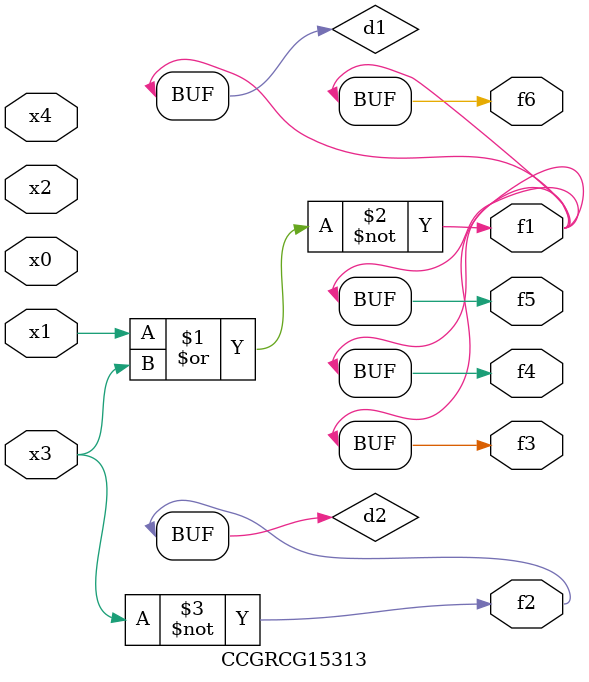
<source format=v>
module CCGRCG15313(
	input x0, x1, x2, x3, x4,
	output f1, f2, f3, f4, f5, f6
);

	wire d1, d2;

	nor (d1, x1, x3);
	not (d2, x3);
	assign f1 = d1;
	assign f2 = d2;
	assign f3 = d1;
	assign f4 = d1;
	assign f5 = d1;
	assign f6 = d1;
endmodule

</source>
